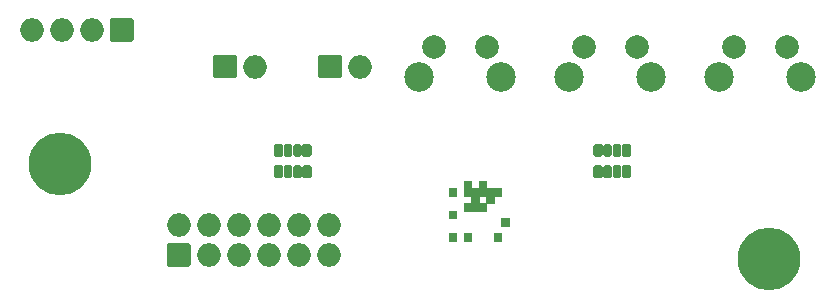
<source format=gbr>
%TF.GenerationSoftware,KiCad,Pcbnew,(5.1.12)-1*%
%TF.CreationDate,2022-03-08T20:47:42+00:00*%
%TF.ProjectId,RGBtoHDMI CDTV v2 - Daughter Board,52474274-6f48-4444-9d49-204344545620,1*%
%TF.SameCoordinates,Original*%
%TF.FileFunction,Soldermask,Bot*%
%TF.FilePolarity,Negative*%
%FSLAX46Y46*%
G04 Gerber Fmt 4.6, Leading zero omitted, Abs format (unit mm)*
G04 Created by KiCad (PCBNEW (5.1.12)-1) date 2022-03-08 20:47:42*
%MOMM*%
%LPD*%
G01*
G04 APERTURE LIST*
%ADD10C,0.100000*%
%ADD11O,2.000000X2.000000*%
%ADD12C,2.000000*%
%ADD13C,2.500000*%
%ADD14C,1.100000*%
%ADD15C,5.300000*%
G04 APERTURE END LIST*
D10*
%TO.C,solarmon1*%
G36*
X114798000Y-78302000D02*
G01*
X115433000Y-78302000D01*
X115433000Y-77667000D01*
X114798000Y-77667000D01*
X114798000Y-78302000D01*
G37*
X114798000Y-78302000D02*
X115433000Y-78302000D01*
X115433000Y-77667000D01*
X114798000Y-77667000D01*
X114798000Y-78302000D01*
G36*
X114798000Y-78937000D02*
G01*
X115433000Y-78937000D01*
X115433000Y-78302000D01*
X114798000Y-78302000D01*
X114798000Y-78937000D01*
G37*
X114798000Y-78937000D02*
X115433000Y-78937000D01*
X115433000Y-78302000D01*
X114798000Y-78302000D01*
X114798000Y-78937000D01*
G36*
X114163000Y-78937000D02*
G01*
X114798000Y-78937000D01*
X114798000Y-78302000D01*
X114163000Y-78302000D01*
X114163000Y-78937000D01*
G37*
X114163000Y-78937000D02*
X114798000Y-78937000D01*
X114798000Y-78302000D01*
X114163000Y-78302000D01*
X114163000Y-78937000D01*
G36*
X115433000Y-78937000D02*
G01*
X116068000Y-78937000D01*
X116068000Y-78302000D01*
X115433000Y-78302000D01*
X115433000Y-78937000D01*
G37*
X115433000Y-78937000D02*
X116068000Y-78937000D01*
X116068000Y-78302000D01*
X115433000Y-78302000D01*
X115433000Y-78937000D01*
G36*
X116068000Y-78302000D02*
G01*
X116703000Y-78302000D01*
X116703000Y-77667000D01*
X116068000Y-77667000D01*
X116068000Y-78302000D01*
G37*
X116068000Y-78302000D02*
X116703000Y-78302000D01*
X116703000Y-77667000D01*
X116068000Y-77667000D01*
X116068000Y-78302000D01*
G36*
X112893000Y-77667000D02*
G01*
X113528000Y-77667000D01*
X113528000Y-77032000D01*
X112893000Y-77032000D01*
X112893000Y-77667000D01*
G37*
X112893000Y-77667000D02*
X113528000Y-77667000D01*
X113528000Y-77032000D01*
X112893000Y-77032000D01*
X112893000Y-77667000D01*
G36*
X112893000Y-81477000D02*
G01*
X113528000Y-81477000D01*
X113528000Y-80842000D01*
X112893000Y-80842000D01*
X112893000Y-81477000D01*
G37*
X112893000Y-81477000D02*
X113528000Y-81477000D01*
X113528000Y-80842000D01*
X112893000Y-80842000D01*
X112893000Y-81477000D01*
G36*
X114163000Y-77032000D02*
G01*
X114798000Y-77032000D01*
X114798000Y-76397000D01*
X114163000Y-76397000D01*
X114163000Y-77032000D01*
G37*
X114163000Y-77032000D02*
X114798000Y-77032000D01*
X114798000Y-76397000D01*
X114163000Y-76397000D01*
X114163000Y-77032000D01*
G36*
X114163000Y-77667000D02*
G01*
X114798000Y-77667000D01*
X114798000Y-77032000D01*
X114163000Y-77032000D01*
X114163000Y-77667000D01*
G37*
X114163000Y-77667000D02*
X114798000Y-77667000D01*
X114798000Y-77032000D01*
X114163000Y-77032000D01*
X114163000Y-77667000D01*
G36*
X114798000Y-77667000D02*
G01*
X115433000Y-77667000D01*
X115433000Y-77032000D01*
X114798000Y-77032000D01*
X114798000Y-77667000D01*
G37*
X114798000Y-77667000D02*
X115433000Y-77667000D01*
X115433000Y-77032000D01*
X114798000Y-77032000D01*
X114798000Y-77667000D01*
G36*
X115433000Y-77667000D02*
G01*
X116068000Y-77667000D01*
X116068000Y-77032000D01*
X115433000Y-77032000D01*
X115433000Y-77667000D01*
G37*
X115433000Y-77667000D02*
X116068000Y-77667000D01*
X116068000Y-77032000D01*
X115433000Y-77032000D01*
X115433000Y-77667000D01*
G36*
X115433000Y-77032000D02*
G01*
X116068000Y-77032000D01*
X116068000Y-76397000D01*
X115433000Y-76397000D01*
X115433000Y-77032000D01*
G37*
X115433000Y-77032000D02*
X116068000Y-77032000D01*
X116068000Y-76397000D01*
X115433000Y-76397000D01*
X115433000Y-77032000D01*
G36*
X116068000Y-77667000D02*
G01*
X116703000Y-77667000D01*
X116703000Y-77032000D01*
X116068000Y-77032000D01*
X116068000Y-77667000D01*
G37*
X116068000Y-77667000D02*
X116703000Y-77667000D01*
X116703000Y-77032000D01*
X116068000Y-77032000D01*
X116068000Y-77667000D01*
G36*
X116703000Y-77667000D02*
G01*
X117338000Y-77667000D01*
X117338000Y-77032000D01*
X116703000Y-77032000D01*
X116703000Y-77667000D01*
G37*
X116703000Y-77667000D02*
X117338000Y-77667000D01*
X117338000Y-77032000D01*
X116703000Y-77032000D01*
X116703000Y-77667000D01*
G36*
X117338000Y-80207000D02*
G01*
X117973000Y-80207000D01*
X117973000Y-79572000D01*
X117338000Y-79572000D01*
X117338000Y-80207000D01*
G37*
X117338000Y-80207000D02*
X117973000Y-80207000D01*
X117973000Y-79572000D01*
X117338000Y-79572000D01*
X117338000Y-80207000D01*
G36*
X116703000Y-81477000D02*
G01*
X117338000Y-81477000D01*
X117338000Y-80842000D01*
X116703000Y-80842000D01*
X116703000Y-81477000D01*
G37*
X116703000Y-81477000D02*
X117338000Y-81477000D01*
X117338000Y-80842000D01*
X116703000Y-80842000D01*
X116703000Y-81477000D01*
G36*
X114163000Y-81477000D02*
G01*
X114798000Y-81477000D01*
X114798000Y-80842000D01*
X114163000Y-80842000D01*
X114163000Y-81477000D01*
G37*
X114163000Y-81477000D02*
X114798000Y-81477000D01*
X114798000Y-80842000D01*
X114163000Y-80842000D01*
X114163000Y-81477000D01*
G36*
X112893000Y-79572000D02*
G01*
X113528000Y-79572000D01*
X113528000Y-78937000D01*
X112893000Y-78937000D01*
X112893000Y-79572000D01*
G37*
X112893000Y-79572000D02*
X113528000Y-79572000D01*
X113528000Y-78937000D01*
X112893000Y-78937000D01*
X112893000Y-79572000D01*
%TD*%
%TO.C,RN12*%
G36*
G01*
X98735000Y-74396000D02*
X98235000Y-74396000D01*
G75*
G02*
X98085000Y-74246000I0J150000D01*
G01*
X98085000Y-73446000D01*
G75*
G02*
X98235000Y-73296000I150000J0D01*
G01*
X98735000Y-73296000D01*
G75*
G02*
X98885000Y-73446000I0J-150000D01*
G01*
X98885000Y-74246000D01*
G75*
G02*
X98735000Y-74396000I-150000J0D01*
G01*
G37*
G36*
G01*
X99485000Y-74396000D02*
X99085000Y-74396000D01*
G75*
G02*
X98935000Y-74246000I0J150000D01*
G01*
X98935000Y-73446000D01*
G75*
G02*
X99085000Y-73296000I150000J0D01*
G01*
X99485000Y-73296000D01*
G75*
G02*
X99635000Y-73446000I0J-150000D01*
G01*
X99635000Y-74246000D01*
G75*
G02*
X99485000Y-74396000I-150000J0D01*
G01*
G37*
G36*
G01*
X101135000Y-74396000D02*
X100635000Y-74396000D01*
G75*
G02*
X100485000Y-74246000I0J150000D01*
G01*
X100485000Y-73446000D01*
G75*
G02*
X100635000Y-73296000I150000J0D01*
G01*
X101135000Y-73296000D01*
G75*
G02*
X101285000Y-73446000I0J-150000D01*
G01*
X101285000Y-74246000D01*
G75*
G02*
X101135000Y-74396000I-150000J0D01*
G01*
G37*
G36*
G01*
X100285000Y-74396000D02*
X99885000Y-74396000D01*
G75*
G02*
X99735000Y-74246000I0J150000D01*
G01*
X99735000Y-73446000D01*
G75*
G02*
X99885000Y-73296000I150000J0D01*
G01*
X100285000Y-73296000D01*
G75*
G02*
X100435000Y-73446000I0J-150000D01*
G01*
X100435000Y-74246000D01*
G75*
G02*
X100285000Y-74396000I-150000J0D01*
G01*
G37*
G36*
G01*
X98735000Y-76196000D02*
X98235000Y-76196000D01*
G75*
G02*
X98085000Y-76046000I0J150000D01*
G01*
X98085000Y-75246000D01*
G75*
G02*
X98235000Y-75096000I150000J0D01*
G01*
X98735000Y-75096000D01*
G75*
G02*
X98885000Y-75246000I0J-150000D01*
G01*
X98885000Y-76046000D01*
G75*
G02*
X98735000Y-76196000I-150000J0D01*
G01*
G37*
G36*
G01*
X100285000Y-76196000D02*
X99885000Y-76196000D01*
G75*
G02*
X99735000Y-76046000I0J150000D01*
G01*
X99735000Y-75246000D01*
G75*
G02*
X99885000Y-75096000I150000J0D01*
G01*
X100285000Y-75096000D01*
G75*
G02*
X100435000Y-75246000I0J-150000D01*
G01*
X100435000Y-76046000D01*
G75*
G02*
X100285000Y-76196000I-150000J0D01*
G01*
G37*
G36*
G01*
X99485000Y-76196000D02*
X99085000Y-76196000D01*
G75*
G02*
X98935000Y-76046000I0J150000D01*
G01*
X98935000Y-75246000D01*
G75*
G02*
X99085000Y-75096000I150000J0D01*
G01*
X99485000Y-75096000D01*
G75*
G02*
X99635000Y-75246000I0J-150000D01*
G01*
X99635000Y-76046000D01*
G75*
G02*
X99485000Y-76196000I-150000J0D01*
G01*
G37*
G36*
G01*
X101135000Y-76196000D02*
X100635000Y-76196000D01*
G75*
G02*
X100485000Y-76046000I0J150000D01*
G01*
X100485000Y-75246000D01*
G75*
G02*
X100635000Y-75096000I150000J0D01*
G01*
X101135000Y-75096000D01*
G75*
G02*
X101285000Y-75246000I0J-150000D01*
G01*
X101285000Y-76046000D01*
G75*
G02*
X101135000Y-76196000I-150000J0D01*
G01*
G37*
%TD*%
%TO.C,RN11*%
G36*
G01*
X127686000Y-75096000D02*
X128186000Y-75096000D01*
G75*
G02*
X128336000Y-75246000I0J-150000D01*
G01*
X128336000Y-76046000D01*
G75*
G02*
X128186000Y-76196000I-150000J0D01*
G01*
X127686000Y-76196000D01*
G75*
G02*
X127536000Y-76046000I0J150000D01*
G01*
X127536000Y-75246000D01*
G75*
G02*
X127686000Y-75096000I150000J0D01*
G01*
G37*
G36*
G01*
X126936000Y-75096000D02*
X127336000Y-75096000D01*
G75*
G02*
X127486000Y-75246000I0J-150000D01*
G01*
X127486000Y-76046000D01*
G75*
G02*
X127336000Y-76196000I-150000J0D01*
G01*
X126936000Y-76196000D01*
G75*
G02*
X126786000Y-76046000I0J150000D01*
G01*
X126786000Y-75246000D01*
G75*
G02*
X126936000Y-75096000I150000J0D01*
G01*
G37*
G36*
G01*
X125286000Y-75096000D02*
X125786000Y-75096000D01*
G75*
G02*
X125936000Y-75246000I0J-150000D01*
G01*
X125936000Y-76046000D01*
G75*
G02*
X125786000Y-76196000I-150000J0D01*
G01*
X125286000Y-76196000D01*
G75*
G02*
X125136000Y-76046000I0J150000D01*
G01*
X125136000Y-75246000D01*
G75*
G02*
X125286000Y-75096000I150000J0D01*
G01*
G37*
G36*
G01*
X126136000Y-75096000D02*
X126536000Y-75096000D01*
G75*
G02*
X126686000Y-75246000I0J-150000D01*
G01*
X126686000Y-76046000D01*
G75*
G02*
X126536000Y-76196000I-150000J0D01*
G01*
X126136000Y-76196000D01*
G75*
G02*
X125986000Y-76046000I0J150000D01*
G01*
X125986000Y-75246000D01*
G75*
G02*
X126136000Y-75096000I150000J0D01*
G01*
G37*
G36*
G01*
X127686000Y-73296000D02*
X128186000Y-73296000D01*
G75*
G02*
X128336000Y-73446000I0J-150000D01*
G01*
X128336000Y-74246000D01*
G75*
G02*
X128186000Y-74396000I-150000J0D01*
G01*
X127686000Y-74396000D01*
G75*
G02*
X127536000Y-74246000I0J150000D01*
G01*
X127536000Y-73446000D01*
G75*
G02*
X127686000Y-73296000I150000J0D01*
G01*
G37*
G36*
G01*
X126136000Y-73296000D02*
X126536000Y-73296000D01*
G75*
G02*
X126686000Y-73446000I0J-150000D01*
G01*
X126686000Y-74246000D01*
G75*
G02*
X126536000Y-74396000I-150000J0D01*
G01*
X126136000Y-74396000D01*
G75*
G02*
X125986000Y-74246000I0J150000D01*
G01*
X125986000Y-73446000D01*
G75*
G02*
X126136000Y-73296000I150000J0D01*
G01*
G37*
G36*
G01*
X126936000Y-73296000D02*
X127336000Y-73296000D01*
G75*
G02*
X127486000Y-73446000I0J-150000D01*
G01*
X127486000Y-74246000D01*
G75*
G02*
X127336000Y-74396000I-150000J0D01*
G01*
X126936000Y-74396000D01*
G75*
G02*
X126786000Y-74246000I0J150000D01*
G01*
X126786000Y-73446000D01*
G75*
G02*
X126936000Y-73296000I150000J0D01*
G01*
G37*
G36*
G01*
X125286000Y-73296000D02*
X125786000Y-73296000D01*
G75*
G02*
X125936000Y-73446000I0J-150000D01*
G01*
X125936000Y-74246000D01*
G75*
G02*
X125786000Y-74396000I-150000J0D01*
G01*
X125286000Y-74396000D01*
G75*
G02*
X125136000Y-74246000I0J150000D01*
G01*
X125136000Y-73446000D01*
G75*
G02*
X125286000Y-73296000I150000J0D01*
G01*
G37*
%TD*%
D11*
%TO.C,CN11*%
X102733000Y-80160000D03*
X102733000Y-82700000D03*
X100193000Y-80160000D03*
X100193000Y-82700000D03*
X97653000Y-80160000D03*
X97653000Y-82700000D03*
X95113000Y-80160000D03*
X95113000Y-82700000D03*
X92573000Y-80160000D03*
X92573000Y-82700000D03*
X90033000Y-80160000D03*
G36*
G01*
X90883000Y-83700000D02*
X89183000Y-83700000D01*
G75*
G02*
X89033000Y-83550000I0J150000D01*
G01*
X89033000Y-81850000D01*
G75*
G02*
X89183000Y-81700000I150000J0D01*
G01*
X90883000Y-81700000D01*
G75*
G02*
X91033000Y-81850000I0J-150000D01*
G01*
X91033000Y-83550000D01*
G75*
G02*
X90883000Y-83700000I-150000J0D01*
G01*
G37*
%TD*%
%TO.C,D2*%
X96510000Y-66745000D03*
G36*
G01*
X93120000Y-65745000D02*
X94820000Y-65745000D01*
G75*
G02*
X94970000Y-65895000I0J-150000D01*
G01*
X94970000Y-67595000D01*
G75*
G02*
X94820000Y-67745000I-150000J0D01*
G01*
X93120000Y-67745000D01*
G75*
G02*
X92970000Y-67595000I0J150000D01*
G01*
X92970000Y-65895000D01*
G75*
G02*
X93120000Y-65745000I150000J0D01*
G01*
G37*
%TD*%
%TO.C,D1*%
X105400000Y-66745000D03*
G36*
G01*
X102010000Y-65745000D02*
X103710000Y-65745000D01*
G75*
G02*
X103860000Y-65895000I0J-150000D01*
G01*
X103860000Y-67595000D01*
G75*
G02*
X103710000Y-67745000I-150000J0D01*
G01*
X102010000Y-67745000D01*
G75*
G02*
X101860000Y-67595000I0J150000D01*
G01*
X101860000Y-65895000D01*
G75*
G02*
X102010000Y-65745000I150000J0D01*
G01*
G37*
%TD*%
%TO.C,SER1*%
X77587000Y-63650000D03*
X80127000Y-63650000D03*
X82667000Y-63650000D03*
G36*
G01*
X86057000Y-64650000D02*
X84357000Y-64650000D01*
G75*
G02*
X84207000Y-64500000I0J150000D01*
G01*
X84207000Y-62800000D01*
G75*
G02*
X84357000Y-62650000I150000J0D01*
G01*
X86057000Y-62650000D01*
G75*
G02*
X86207000Y-62800000I0J-150000D01*
G01*
X86207000Y-64500000D01*
G75*
G02*
X86057000Y-64650000I-150000J0D01*
G01*
G37*
%TD*%
D12*
%TO.C,BT1*%
X141510000Y-65094000D03*
X137010000Y-65094000D03*
D13*
X142760000Y-67594000D03*
X135760000Y-67594000D03*
%TD*%
D12*
%TO.C,BT2*%
X128810000Y-65094000D03*
X124310000Y-65094000D03*
D13*
X130060000Y-67594000D03*
X123060000Y-67594000D03*
%TD*%
D12*
%TO.C,BT3*%
X116110000Y-65094000D03*
X111610000Y-65094000D03*
D13*
X117360000Y-67594000D03*
X110360000Y-67594000D03*
%TD*%
D14*
%TO.C,H2*%
X141325825Y-81674175D03*
X140000000Y-81125000D03*
X138674175Y-81674175D03*
X138125000Y-83000000D03*
X138674175Y-84325825D03*
X140000000Y-84875000D03*
X141325825Y-84325825D03*
X141875000Y-83000000D03*
D15*
X140000000Y-83000000D03*
%TD*%
D14*
%TO.C,H1*%
X81325825Y-73674175D03*
X80000000Y-73125000D03*
X78674175Y-73674175D03*
X78125000Y-75000000D03*
X78674175Y-76325825D03*
X80000000Y-76875000D03*
X81325825Y-76325825D03*
X81875000Y-75000000D03*
D15*
X80000000Y-75000000D03*
%TD*%
M02*

</source>
